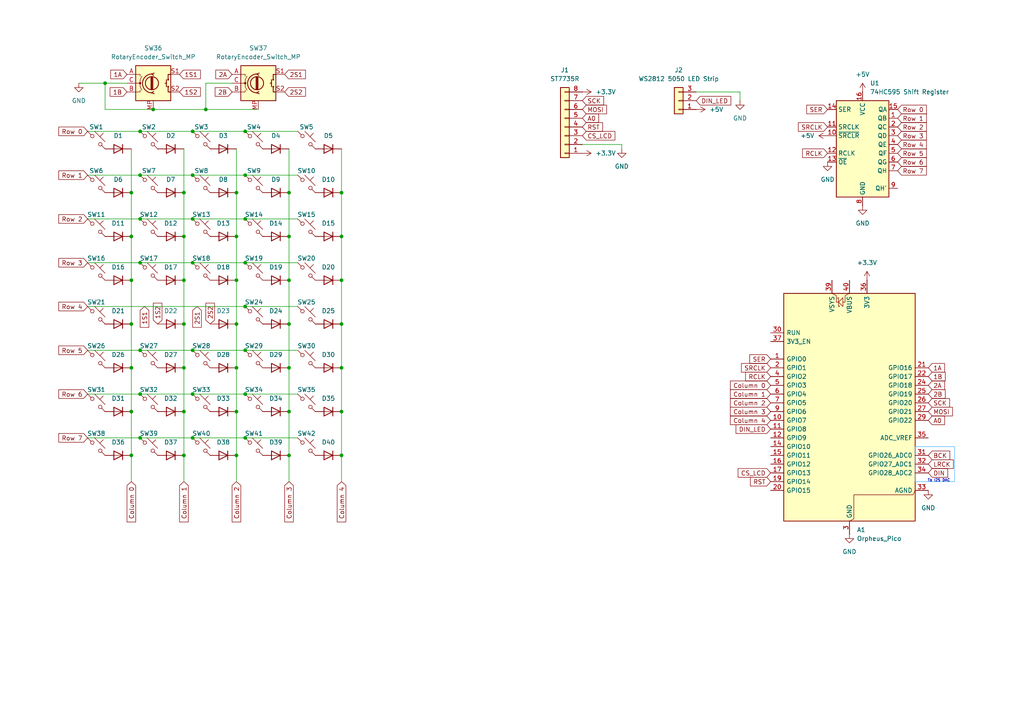
<source format=kicad_sch>
(kicad_sch (version 20250114) (generator "eeschema") (generator_version "9.0")
  (paper "A4")
  (text "To I2S DAC" (at 272.288 139.446 0) (effects (font (size 0.762 0.762))))
  (junction (at 68.58 55.88))
  (junction (at 68.58 68.58))
  (junction (at 71.12 101.6))
  (junction (at 71.12 50.8))
  (junction (at 71.12 88.9))
  (junction (at 83.82 81.28))
  (junction (at 55.88 127))
  (junction (at 55.88 101.6))
  (junction (at 38.1 132.08))
  (junction (at 40.64 76.2))
  (junction (at 40.64 101.6))
  (junction (at 71.12 114.3))
  (junction (at 99.06 93.98))
  (junction (at 38.1 119.38))
  (junction (at 44.45 31.75))
  (junction (at 99.06 68.58))
  (junction (at 40.64 38.1))
  (junction (at 53.34 119.38))
  (junction (at 38.1 81.28))
  (junction (at 55.88 38.1))
  (junction (at 83.82 93.98))
  (junction (at 53.34 132.08))
  (junction (at 55.88 76.2))
  (junction (at 40.64 114.3))
  (junction (at 83.82 106.68))
  (junction (at 83.82 119.38))
  (junction (at 68.58 132.08))
  (junction (at 55.88 50.8))
  (junction (at 53.34 93.98))
  (junction (at 71.12 127))
  (junction (at 68.58 93.98))
  (junction (at 38.1 55.88))
  (junction (at 53.34 55.88))
  (junction (at 99.06 119.38))
  (junction (at 38.1 68.58))
  (junction (at 55.88 114.3))
  (junction (at 55.88 63.5))
  (junction (at 83.82 68.58))
  (junction (at 53.34 81.28))
  (junction (at 68.58 106.68))
  (junction (at 83.82 55.88))
  (junction (at 53.34 68.58))
  (junction (at 71.12 63.5))
  (junction (at 99.06 132.08))
  (junction (at 59.69 31.75))
  (junction (at 71.12 38.1))
  (junction (at 99.06 55.88))
  (junction (at 71.12 76.2))
  (junction (at 99.06 81.28))
  (junction (at 40.64 50.8))
  (junction (at 38.1 93.98))
  (junction (at 40.64 127))
  (junction (at 99.06 106.68))
  (junction (at 40.64 63.5))
  (junction (at 68.58 119.38))
  (junction (at 68.58 81.28))
  (junction (at 30.48 24.13))
  (junction (at 38.1 106.68))
  (junction (at 83.82 132.08))
  (junction (at 53.34 106.68))
  (wire (pts (xy 99.06 43.18) (xy 99.06 55.88)))
  (wire (pts (xy 25.4 127) (xy 40.64 127)))
  (wire (pts (xy 55.88 127) (xy 71.12 127)))
  (wire (pts (xy 25.4 101.6) (xy 40.64 101.6)))
  (wire (pts (xy 53.34 106.68) (xy 53.34 119.38)))
  (wire (pts (xy 40.64 127) (xy 55.88 127)))
  (wire (pts (xy 40.64 101.6) (xy 55.88 101.6)))
  (wire (pts (xy 99.06 68.58) (xy 99.06 81.28)))
  (wire (pts (xy 38.1 132.08) (xy 38.1 139.7)))
  (wire (pts (xy 25.4 76.2) (xy 40.64 76.2)))
  (wire (pts (xy 71.12 114.3) (xy 86.36 114.3)))
  (wire (pts (xy 83.82 68.58) (xy 83.82 81.28)))
  (wire (pts (xy 68.58 132.08) (xy 68.58 139.7)))
  (wire (pts (xy 99.06 55.88) (xy 99.06 68.58)))
  (wire (pts (xy 53.34 132.08) (xy 53.34 139.7)))
  (wire (pts (xy 30.48 24.13) (xy 36.83 24.13)))
  (wire (pts (xy 71.12 50.8) (xy 86.36 50.8)))
  (wire (pts (xy 83.82 106.68) (xy 83.82 119.38)))
  (wire (pts (xy 40.64 114.3) (xy 55.88 114.3)))
  (wire (pts (xy 40.64 63.5) (xy 55.88 63.5)))
  (wire (pts (xy 38.1 119.38) (xy 38.1 132.08)))
  (wire (pts (xy 40.64 50.8) (xy 55.88 50.8)))
  (wire (pts (xy 71.12 38.1) (xy 86.36 38.1)))
  (wire (pts (xy 71.12 101.6) (xy 86.36 101.6)))
  (wire (pts (xy 214.63 26.67) (xy 214.63 29.21)))
  (wire (pts (xy 55.88 50.8) (xy 71.12 50.8)))
  (wire (pts (xy 168.91 41.91) (xy 180.34 41.91)))
  (wire (pts (xy 55.88 101.6) (xy 71.12 101.6)))
  (wire (pts (xy 71.12 127) (xy 86.36 127)))
  (wire (pts (xy 44.45 31.75) (xy 30.48 31.75)))
  (wire (pts (xy 68.58 106.68) (xy 68.58 119.38)))
  (wire (pts (xy 83.82 81.28) (xy 83.82 93.98)))
  (wire (pts (xy 25.4 63.5) (xy 40.64 63.5)))
  (wire (pts (xy 22.86 24.13) (xy 30.48 24.13)))
  (wire (pts (xy 99.06 81.28) (xy 99.06 93.98)))
  (wire (pts (xy 53.34 55.88) (xy 53.34 68.58)))
  (wire (pts (xy 83.82 119.38) (xy 83.82 132.08)))
  (wire (pts (xy 99.06 132.08) (xy 99.06 139.7)))
  (wire (pts (xy 38.1 68.58) (xy 38.1 81.28)))
  (wire (pts (xy 53.34 93.98) (xy 53.34 106.68)))
  (wire (pts (xy 83.82 93.98) (xy 83.82 106.68)))
  (wire (pts (xy 99.06 106.68) (xy 99.06 119.38)))
  (wire (pts (xy 55.88 38.1) (xy 71.12 38.1)))
  (wire (pts (xy 53.34 119.38) (xy 53.34 132.08)))
  (wire (pts (xy 180.34 41.91) (xy 180.34 43.18)))
  (wire (pts (xy 83.82 132.08) (xy 83.82 139.7)))
  (wire (pts (xy 55.88 63.5) (xy 71.12 63.5)))
  (wire (pts (xy 53.34 81.28) (xy 53.34 93.98)))
  (wire (pts (xy 30.48 24.13) (xy 30.48 31.75)))
  (wire (pts (xy 40.64 38.1) (xy 55.88 38.1)))
  (wire (pts (xy 55.88 114.3) (xy 71.12 114.3)))
  (wire (pts (xy 99.06 93.98) (xy 99.06 106.68)))
  (wire (pts (xy 201.93 26.67) (xy 214.63 26.67)))
  (wire (pts (xy 38.1 55.88) (xy 38.1 68.58)))
  (wire (pts (xy 38.1 106.68) (xy 38.1 119.38)))
  (wire (pts (xy 68.58 93.98) (xy 68.58 106.68)))
  (wire (pts (xy 25.4 88.9) (xy 71.12 88.9)))
  (wire (pts (xy 25.4 50.8) (xy 40.64 50.8)))
  (wire (pts (xy 53.34 68.58) (xy 53.34 81.28)))
  (wire (pts (xy 68.58 55.88) (xy 68.58 68.58)))
  (wire (pts (xy 38.1 81.28) (xy 38.1 93.98)))
  (wire (pts (xy 71.12 63.5) (xy 86.36 63.5)))
  (wire (pts (xy 68.58 119.38) (xy 68.58 132.08)))
  (wire (pts (xy 59.69 31.75) (xy 74.93 31.75)))
  (wire (pts (xy 55.88 76.2) (xy 71.12 76.2)))
  (wire (pts (xy 25.4 114.3) (xy 40.64 114.3)))
  (wire (pts (xy 25.4 38.1) (xy 40.64 38.1)))
  (wire (pts (xy 53.34 43.18) (xy 53.34 55.88)))
  (wire (pts (xy 99.06 119.38) (xy 99.06 132.08)))
  (wire (pts (xy 67.31 24.13) (xy 59.69 24.13)))
  (wire (pts (xy 38.1 93.98) (xy 38.1 106.68)))
  (wire (pts (xy 83.82 43.18) (xy 83.82 55.88)))
  (wire (pts (xy 40.64 76.2) (xy 55.88 76.2)))
  (wire (pts (xy 71.12 76.2) (xy 86.36 76.2)))
  (wire (pts (xy 68.58 81.28) (xy 68.58 93.98)))
  (wire (pts (xy 68.58 68.58) (xy 68.58 81.28)))
  (wire (pts (xy 59.69 31.75) (xy 44.45 31.75)))
  (wire (pts (xy 71.12 88.9) (xy 86.36 88.9)))
  (wire (pts (xy 68.58 43.18) (xy 68.58 55.88)))
  (wire (pts (xy 83.82 55.88) (xy 83.82 68.58)))
  (wire (pts (xy 38.1 43.18) (xy 38.1 55.88)))
  (wire (pts (xy 59.69 24.13) (xy 59.69 31.75)))
  (global_label "CS_LCD" (shape input) (at 223.52 137.16 180) (property "Intersheetrefs" "${INTERSHEET_REFS}" (effects (hide yes))))
  (global_label "Row 6" (shape input) (at 25.4 114.3 180) (property "Intersheetrefs" "${INTERSHEET_REFS}" (effects (hide yes))))
  (global_label "SER" (shape input) (at 223.52 104.14 180) (property "Intersheetrefs" "${INTERSHEET_REFS}" (effects (hide yes))))
  (global_label "Row 5" (shape input) (at 25.4 101.6 180) (property "Intersheetrefs" "${INTERSHEET_REFS}" (effects (hide yes))))
  (global_label "Row 7" (shape input) (at 25.4 127 180) (property "Intersheetrefs" "${INTERSHEET_REFS}" (effects (hide yes))))
  (global_label "2S1" (shape input) (at 82.55 21.59 0) (property "Intersheetrefs" "${INTERSHEET_REFS}" (effects (hide yes))))
  (global_label "Row 5" (shape input) (at 260.35 44.45 0) (property "Intersheetrefs" "${INTERSHEET_REFS}" (effects (hide yes))))
  (global_label "DIN_LED" (shape input) (at 223.52 124.46 180) (property "Intersheetrefs" "${INTERSHEET_REFS}" (effects (hide yes))))
  (global_label "Row 1" (shape input) (at 260.35 34.29 0) (property "Intersheetrefs" "${INTERSHEET_REFS}" (effects (hide yes))))
  (global_label "1S2" (shape input) (at 45.72 93.98 90) (property "Intersheetrefs" "${INTERSHEET_REFS}" (effects (hide yes))))
  (global_label "Row 4" (shape input) (at 260.35 41.91 0) (property "Intersheetrefs" "${INTERSHEET_REFS}" (effects (hide yes))))
  (global_label "MOSI" (shape input) (at 168.91 31.75 0) (property "Intersheetrefs" "${INTERSHEET_REFS}" (effects (hide yes))))
  (global_label "Row 0" (shape input) (at 25.4 38.1 180) (property "Intersheetrefs" "${INTERSHEET_REFS}" (effects (hide yes))))
  (global_label "SRCLK" (shape input) (at 240.03 36.83 180) (property "Intersheetrefs" "${INTERSHEET_REFS}" (effects (hide yes))))
  (global_label "Column 2" (shape input) (at 68.58 139.7 270) (property "Intersheetrefs" "${INTERSHEET_REFS}" (effects (hide yes))))
  (global_label "RCLK" (shape input) (at 240.03 44.45 180) (property "Intersheetrefs" "${INTERSHEET_REFS}" (effects (hide yes))))
  (global_label "2B" (shape input) (at 269.24 114.3 0) (property "Intersheetrefs" "${INTERSHEET_REFS}" (effects (hide yes))))
  (global_label "2S2" (shape input) (at 60.96 93.98 90) (property "Intersheetrefs" "${INTERSHEET_REFS}" (effects (hide yes))))
  (global_label "Row 6" (shape input) (at 260.35 46.99 0) (property "Intersheetrefs" "${INTERSHEET_REFS}" (effects (hide yes))))
  (global_label "1S1" (shape input) (at 52.07 21.59 0) (property "Intersheetrefs" "${INTERSHEET_REFS}" (effects (hide yes))))
  (global_label "Row 3" (shape input) (at 25.4 76.2 180) (property "Intersheetrefs" "${INTERSHEET_REFS}" (effects (hide yes))))
  (global_label "Column 2" (shape input) (at 223.52 116.84 180) (property "Intersheetrefs" "${INTERSHEET_REFS}" (effects (hide yes))))
  (global_label "Row 3" (shape input) (at 260.35 39.37 0) (property "Intersheetrefs" "${INTERSHEET_REFS}" (effects (hide yes))))
  (global_label "SCK" (shape input) (at 269.24 116.84 0) (property "Intersheetrefs" "${INTERSHEET_REFS}" (effects (hide yes))))
  (global_label "1A" (shape input) (at 36.83 21.59 180) (property "Intersheetrefs" "${INTERSHEET_REFS}" (effects (hide yes))))
  (global_label "RST" (shape input) (at 168.91 36.83 0) (property "Intersheetrefs" "${INTERSHEET_REFS}" (effects (hide yes))))
  (global_label "SER" (shape input) (at 240.03 31.75 180) (property "Intersheetrefs" "${INTERSHEET_REFS}" (effects (hide yes))))
  (global_label "1S2" (shape input) (at 52.07 26.67 0) (property "Intersheetrefs" "${INTERSHEET_REFS}" (effects (hide yes))))
  (global_label "Column 4" (shape input) (at 223.52 121.92 180) (property "Intersheetrefs" "${INTERSHEET_REFS}" (effects (hide yes))))
  (global_label "SRCLK" (shape input) (at 223.52 106.68 180) (property "Intersheetrefs" "${INTERSHEET_REFS}" (effects (hide yes))))
  (global_label "A0" (shape input) (at 168.91 34.29 0) (property "Intersheetrefs" "${INTERSHEET_REFS}" (effects (hide yes))))
  (global_label "Column 4" (shape input) (at 99.06 139.7 270) (property "Intersheetrefs" "${INTERSHEET_REFS}" (effects (hide yes))))
  (global_label "2A" (shape input) (at 67.31 21.59 180) (property "Intersheetrefs" "${INTERSHEET_REFS}" (effects (hide yes))))
  (global_label "Column 0" (shape input) (at 38.1 139.7 270) (property "Intersheetrefs" "${INTERSHEET_REFS}" (effects (hide yes))))
  (global_label "1S1" (shape input) (at 41.91 88.9 270) (property "Intersheetrefs" "${INTERSHEET_REFS}" (effects (hide yes))))
  (global_label "1A" (shape input) (at 269.24 106.68 0) (property "Intersheetrefs" "${INTERSHEET_REFS}" (effects (hide yes))))
  (global_label "Column 1" (shape input) (at 223.52 114.3 180) (property "Intersheetrefs" "${INTERSHEET_REFS}" (effects (hide yes))))
  (global_label "RCLK" (shape input) (at 223.52 109.22 180) (property "Intersheetrefs" "${INTERSHEET_REFS}" (effects (hide yes))))
  (global_label "Column 1" (shape input) (at 53.34 139.7 270) (property "Intersheetrefs" "${INTERSHEET_REFS}" (effects (hide yes))))
  (global_label "Row 7" (shape input) (at 260.35 49.53 0) (property "Intersheetrefs" "${INTERSHEET_REFS}" (effects (hide yes))))
  (global_label "Column 3" (shape input) (at 83.82 139.7 270) (property "Intersheetrefs" "${INTERSHEET_REFS}" (effects (hide yes))))
  (global_label "A0" (shape input) (at 269.24 121.92 0) (property "Intersheetrefs" "${INTERSHEET_REFS}" (effects (hide yes))))
  (global_label "2A" (shape input) (at 269.24 111.76 0) (property "Intersheetrefs" "${INTERSHEET_REFS}" (effects (hide yes))))
  (global_label "DIN_LED" (shape input) (at 201.93 29.21 0) (property "Intersheetrefs" "${INTERSHEET_REFS}" (effects (hide yes))))
  (global_label "Column 0" (shape input) (at 223.52 111.76 180) (property "Intersheetrefs" "${INTERSHEET_REFS}" (effects (hide yes))))
  (global_label "2B" (shape input) (at 67.31 26.67 180) (property "Intersheetrefs" "${INTERSHEET_REFS}" (effects (hide yes))))
  (global_label "RST" (shape input) (at 223.52 139.7 180) (property "Intersheetrefs" "${INTERSHEET_REFS}" (effects (hide yes))))
  (global_label "Row 0" (shape input) (at 260.35 31.75 0) (property "Intersheetrefs" "${INTERSHEET_REFS}" (effects (hide yes))))
  (global_label "2S2" (shape input) (at 82.55 26.67 0) (property "Intersheetrefs" "${INTERSHEET_REFS}" (effects (hide yes))))
  (global_label "Column 3" (shape input) (at 223.52 119.38 180) (property "Intersheetrefs" "${INTERSHEET_REFS}" (effects (hide yes))))
  (global_label "2S1" (shape input) (at 57.15 88.9 270) (property "Intersheetrefs" "${INTERSHEET_REFS}" (effects (hide yes))))
  (global_label "Row 2" (shape input) (at 25.4 63.5 180) (property "Intersheetrefs" "${INTERSHEET_REFS}" (effects (hide yes))))
  (global_label "MOSI" (shape input) (at 269.24 119.38 0) (property "Intersheetrefs" "${INTERSHEET_REFS}" (effects (hide yes))))
  (global_label "Row 2" (shape input) (at 260.35 36.83 0) (property "Intersheetrefs" "${INTERSHEET_REFS}" (effects (hide yes))))
  (global_label "DIN" (shape input) (at 269.24 137.16 0) (property "Intersheetrefs" "${INTERSHEET_REFS}" (effects (hide yes))))
  (global_label "Row 1" (shape input) (at 25.4 50.8 180) (property "Intersheetrefs" "${INTERSHEET_REFS}" (effects (hide yes))))
  (global_label "BCK" (shape input) (at 269.24 132.08 0) (property "Intersheetrefs" "${INTERSHEET_REFS}" (effects (hide yes))))
  (global_label "1B" (shape input) (at 36.83 26.67 180) (property "Intersheetrefs" "${INTERSHEET_REFS}" (effects (hide yes))))
  (global_label "LRCK" (shape input) (at 269.24 134.62 0) (property "Intersheetrefs" "${INTERSHEET_REFS}" (effects (hide yes))))
  (global_label "Row 4" (shape input) (at 25.4 88.9 180) (property "Intersheetrefs" "${INTERSHEET_REFS}" (effects (hide yes))))
  (global_label "CS_LCD" (shape input) (at 168.91 39.37 0) (property "Intersheetrefs" "${INTERSHEET_REFS}" (effects (hide yes))))
  (global_label "1B" (shape input) (at 269.24 109.22 0) (property "Intersheetrefs" "${INTERSHEET_REFS}" (effects (hide yes))))
  (global_label "SCK" (shape input) (at 168.91 29.21 0) (property "Intersheetrefs" "${INTERSHEET_REFS}" (effects (hide yes))))
  (rule_area (polyline (pts (xy 265.43 129.54) (xy 276.86 129.54) (xy 276.86 139.7) (xy 265.43 139.7)) (stroke (width 0) (color 71 179 255 1))))
  (symbol (lib_id "Diode:1N4148") (at 95.25 119.38 180) (unit 1)
    (property "Reference" "D35" (at 95.25 115.57 0))
    (property "Footprint" "Diode_THT:D_DO-35_SOD27_P7.62mm_Horizontal" (effects (hide yes)))
    (property "Datasheet" "https://assets.nexperia.com/documents/data-sheet/1N4148_1N4448.pdf" (effects (hide yes)))
    (property "Description" "100V 0.15A standard switching diode, DO-35" (effects (hide yes)))
    (property "Sim.Device" "D" (effects (hide yes)))
    (property "Sim.Pins" "1=K 2=A" (effects (hide yes)))
  )
  (symbol (lib_id "Diode:1N4148") (at 49.53 43.18 180) (unit 1)
    (property "Reference" "D2" (at 49.53 39.37 0))
    (property "Footprint" "Diode_THT:D_DO-35_SOD27_P7.62mm_Horizontal" (effects (hide yes)))
    (property "Datasheet" "https://assets.nexperia.com/documents/data-sheet/1N4148_1N4448.pdf" (effects (hide yes)))
    (property "Description" "100V 0.15A standard switching diode, DO-35" (effects (hide yes)))
    (property "Sim.Device" "D" (effects (hide yes)))
    (property "Sim.Pins" "1=K 2=A" (effects (hide yes)))
  )
  (symbol (lib_id "Diode:1N4148") (at 34.29 132.08 180) (unit 1)
    (property "Reference" "D36" (at 34.29 128.27 0))
    (property "Footprint" "Diode_THT:D_DO-35_SOD27_P7.62mm_Horizontal" (effects (hide yes)))
    (property "Datasheet" "https://assets.nexperia.com/documents/data-sheet/1N4148_1N4448.pdf" (effects (hide yes)))
    (property "Description" "100V 0.15A standard switching diode, DO-35" (effects (hide yes)))
    (property "Sim.Device" "D" (effects (hide yes)))
    (property "Sim.Pins" "1=K 2=A" (effects (hide yes)))
  )
  (symbol (lib_id "Switch:SW_Push_45deg") (at 88.9 129.54 0) (unit 1)
    (property "Reference" "SW42" (at 88.9 125.73 0))
    (property "Value" "SW_Push_45deg" (effects (hide yes)))
    (property "Description" "Push button switch, normally open, two pins, 45° tilted" (effects (hide yes)))
  )
  (symbol (lib_id "Diode:1N4148") (at 64.77 43.18 180) (unit 1)
    (property "Reference" "D3" (at 64.77 39.37 0))
    (property "Footprint" "Diode_THT:D_DO-35_SOD27_P7.62mm_Horizontal" (effects (hide yes)))
    (property "Datasheet" "https://assets.nexperia.com/documents/data-sheet/1N4148_1N4448.pdf" (effects (hide yes)))
    (property "Description" "100V 0.15A standard switching diode, DO-35" (effects (hide yes)))
    (property "Sim.Device" "D" (effects (hide yes)))
    (property "Sim.Pins" "1=K 2=A" (effects (hide yes)))
  )
  (symbol (lib_id "Switch:SW_Push_45deg") (at 58.42 104.14 0) (unit 1)
    (property "Reference" "SW28" (at 58.42 100.33 0))
    (property "Value" "SW_Push_45deg" (effects (hide yes)))
    (property "Description" "Push button switch, normally open, two pins, 45° tilted" (effects (hide yes)))
  )
  (symbol (lib_id "Diode:1N4148") (at 49.53 119.38 180) (unit 1)
    (property "Reference" "D32" (at 49.53 115.57 0))
    (property "Footprint" "Diode_THT:D_DO-35_SOD27_P7.62mm_Horizontal" (effects (hide yes)))
    (property "Datasheet" "https://assets.nexperia.com/documents/data-sheet/1N4148_1N4448.pdf" (effects (hide yes)))
    (property "Description" "100V 0.15A standard switching diode, DO-35" (effects (hide yes)))
    (property "Sim.Device" "D" (effects (hide yes)))
    (property "Sim.Pins" "1=K 2=A" (effects (hide yes)))
  )
  (symbol (lib_id "Switch:SW_Push_45deg") (at 58.42 116.84 0) (unit 1)
    (property "Reference" "SW33" (at 58.42 113.03 0))
    (property "Value" "SW_Push_45deg" (effects (hide yes)))
    (property "Description" "Push button switch, normally open, two pins, 45° tilted" (effects (hide yes)))
  )
  (symbol (lib_id "Diode:1N4148") (at 95.25 93.98 180) (unit 1)
    (property "Reference" "D25" (at 95.25 90.17 0))
    (property "Footprint" "Diode_THT:D_DO-35_SOD27_P7.62mm_Horizontal" (effects (hide yes)))
    (property "Datasheet" "https://assets.nexperia.com/documents/data-sheet/1N4148_1N4448.pdf" (effects (hide yes)))
    (property "Description" "100V 0.15A standard switching diode, DO-35" (effects (hide yes)))
    (property "Sim.Device" "D" (effects (hide yes)))
    (property "Sim.Pins" "1=K 2=A" (effects (hide yes)))
  )
  (symbol (lib_id "power:GND") (at 269.24 142.24 0) (unit 1)
    (property "Reference" "#PWR07" (effects (hide yes)))
    (property "Value" "GND" (at 269.24 147.32 0))
    (property "Description" "Power symbol creates a global label with name \"GND\" , ground" (effects (hide yes)))
  )
  (symbol (lib_id "Diode:1N4148") (at 80.01 93.98 180) (unit 1)
    (property "Reference" "D24" (at 80.01 90.17 0))
    (property "Footprint" "Diode_THT:D_DO-35_SOD27_P7.62mm_Horizontal" (effects (hide yes)))
    (property "Datasheet" "https://assets.nexperia.com/documents/data-sheet/1N4148_1N4448.pdf" (effects (hide yes)))
    (property "Description" "100V 0.15A standard switching diode, DO-35" (effects (hide yes)))
    (property "Sim.Device" "D" (effects (hide yes)))
    (property "Sim.Pins" "1=K 2=A" (effects (hide yes)))
  )
  (symbol (lib_id "Switch:SW_Push_45deg") (at 73.66 78.74 0) (unit 1)
    (property "Reference" "SW19" (at 73.66 74.93 0))
    (property "Value" "SW_Push_45deg" (effects (hide yes)))
    (property "Description" "Push button switch, normally open, two pins, 45° tilted" (effects (hide yes)))
  )
  (symbol (lib_id "Diode:1N4148") (at 80.01 43.18 180) (unit 1)
    (property "Reference" "D4" (at 80.01 39.37 0))
    (property "Footprint" "Diode_THT:D_DO-35_SOD27_P7.62mm_Horizontal" (effects (hide yes)))
    (property "Datasheet" "https://assets.nexperia.com/documents/data-sheet/1N4148_1N4448.pdf" (effects (hide yes)))
    (property "Description" "100V 0.15A standard switching diode, DO-35" (effects (hide yes)))
    (property "Sim.Device" "D" (effects (hide yes)))
    (property "Sim.Pins" "1=K 2=A" (effects (hide yes)))
  )
  (symbol (lib_id "Switch:SW_Push_45deg") (at 88.9 40.64 0) (unit 1)
    (property "Reference" "SW5" (at 88.9 36.83 0))
    (property "Value" "SW_Push_45deg" (effects (hide yes)))
    (property "Description" "Push button switch, normally open, two pins, 45° tilted" (effects (hide yes)))
  )
  (symbol (lib_id "Switch:SW_Push_45deg") (at 27.94 78.74 0) (unit 1)
    (property "Reference" "SW16" (at 27.94 74.93 0))
    (property "Value" "SW_Push_45deg" (effects (hide yes)))
    (property "Description" "Push button switch, normally open, two pins, 45° tilted" (effects (hide yes)))
  )
  (symbol (lib_id "power:GND") (at 246.38 154.94 0) (unit 1)
    (property "Reference" "#PWR06" (effects (hide yes)))
    (property "Value" "GND" (at 246.38 160.02 0))
    (property "Description" "Power symbol creates a global label with name \"GND\" , ground" (effects (hide yes)))
  )
  (symbol (lib_id "Diode:1N4148") (at 80.01 106.68 180) (unit 1)
    (property "Reference" "D29" (at 80.01 102.87 0))
    (property "Footprint" "Diode_THT:D_DO-35_SOD27_P7.62mm_Horizontal" (effects (hide yes)))
    (property "Datasheet" "https://assets.nexperia.com/documents/data-sheet/1N4148_1N4448.pdf" (effects (hide yes)))
    (property "Description" "100V 0.15A standard switching diode, DO-35" (effects (hide yes)))
    (property "Sim.Device" "D" (effects (hide yes)))
    (property "Sim.Pins" "1=K 2=A" (effects (hide yes)))
  )
  (symbol (lib_id "power:+5V") (at 240.03 39.37 90) (unit 1)
    (property "Reference" "#PWR012" (effects (hide yes)))
    (property "Value" "+5V" (at 236.22 39.3699 90) (effects (justify left)))
    (property "Description" "Power symbol creates a global label with name \"+5V\"" (effects (hide yes)))
  )
  (symbol (lib_id "Diode:1N4148") (at 80.01 132.08 180) (unit 1)
    (property "Reference" "D39" (at 80.01 128.27 0))
    (property "Footprint" "Diode_THT:D_DO-35_SOD27_P7.62mm_Horizontal" (effects (hide yes)))
    (property "Datasheet" "https://assets.nexperia.com/documents/data-sheet/1N4148_1N4448.pdf" (effects (hide yes)))
    (property "Description" "100V 0.15A standard switching diode, DO-35" (effects (hide yes)))
    (property "Sim.Device" "D" (effects (hide yes)))
    (property "Sim.Pins" "1=K 2=A" (effects (hide yes)))
  )
  (symbol (lib_id "power:+5V") (at 250.19 26.67 0) (unit 1)
    (property "Reference" "#PWR011" (effects (hide yes)))
    (property "Value" "+5V" (at 250.19 21.59 0))
    (property "Description" "Power symbol creates a global label with name \"+5V\"" (effects (hide yes)))
  )
  (symbol (lib_name "SW_Push_45deg_1") (lib_id "Switch:SW_Push_45deg") (at 43.18 53.34 0) (unit 1)
    (property "Reference" "SW7" (at 43.18 49.53 0))
    (property "Value" "SW_Push_45deg" (effects (hide yes)))
    (property "Description" "Push button switch, normally open, two pins, 45° tilted" (effects (hide yes)))
  )
  (symbol (lib_id "Switch:SW_Push_45deg") (at 27.94 116.84 0) (unit 1)
    (property "Reference" "SW31" (at 27.94 113.03 0))
    (property "Value" "SW_Push_45deg" (effects (hide yes)))
    (property "Description" "Push button switch, normally open, two pins, 45° tilted" (effects (hide yes)))
  )
  (symbol (lib_id "Switch:SW_Push_45deg") (at 73.66 91.44 0) (unit 1)
    (property "Reference" "SW24" (at 73.66 87.63 0))
    (property "Value" "SW_Push_45deg" (effects (hide yes)))
    (property "Description" "Push button switch, normally open, two pins, 45° tilted" (effects (hide yes)))
  )
  (symbol (lib_name "SW_Push_45deg_1") (lib_id "Switch:SW_Push_45deg") (at 43.18 66.04 0) (unit 1)
    (property "Reference" "SW12" (at 43.18 62.23 0))
    (property "Value" "SW_Push_45deg" (effects (hide yes)))
    (property "Description" "Push button switch, normally open, two pins, 45° tilted" (effects (hide yes)))
  )
  (symbol (lib_id "Diode:1N4148") (at 34.29 81.28 180) (unit 1)
    (property "Reference" "D16" (at 34.29 77.47 0))
    (property "Footprint" "Diode_THT:D_DO-35_SOD27_P7.62mm_Horizontal" (effects (hide yes)))
    (property "Datasheet" "https://assets.nexperia.com/documents/data-sheet/1N4148_1N4448.pdf" (effects (hide yes)))
    (property "Description" "100V 0.15A standard switching diode, DO-35" (effects (hide yes)))
    (property "Sim.Device" "D" (effects (hide yes)))
    (property "Sim.Pins" "1=K 2=A" (effects (hide yes)))
  )
  (symbol (lib_id "Diode:1N4148") (at 80.01 55.88 180) (unit 1)
    (property "Reference" "D9" (at 80.01 52.07 0))
    (property "Footprint" "Diode_THT:D_DO-35_SOD27_P7.62mm_Horizontal" (effects (hide yes)))
    (property "Datasheet" "https://assets.nexperia.com/documents/data-sheet/1N4148_1N4448.pdf" (effects (hide yes)))
    (property "Description" "100V 0.15A standard switching diode, DO-35" (effects (hide yes)))
    (property "Sim.Device" "D" (effects (hide yes)))
    (property "Sim.Pins" "1=K 2=A" (effects (hide yes)))
  )
  (symbol (lib_id "Diode:1N4148") (at 34.29 68.58 180) (unit 1)
    (property "Reference" "D11" (at 34.29 64.77 0))
    (property "Footprint" "Diode_THT:D_DO-35_SOD27_P7.62mm_Horizontal" (effects (hide yes)))
    (property "Datasheet" "https://assets.nexperia.com/documents/data-sheet/1N4148_1N4448.pdf" (effects (hide yes)))
    (property "Description" "100V 0.15A standard switching diode, DO-35" (effects (hide yes)))
    (property "Sim.Device" "D" (effects (hide yes)))
    (property "Sim.Pins" "1=K 2=A" (effects (hide yes)))
  )
  (symbol (lib_id "power:GND") (at 180.34 43.18 0) (unit 1)
    (property "Reference" "#PWR02" (effects (hide yes)))
    (property "Value" "GND" (at 180.34 48.26 0))
    (property "Description" "Power symbol creates a global label with name \"GND\" , ground" (effects (hide yes)))
  )
  (symbol (lib_id "Diode:1N4148") (at 95.25 81.28 180) (unit 1)
    (property "Reference" "D20" (at 95.25 77.47 0))
    (property "Footprint" "Diode_THT:D_DO-35_SOD27_P7.62mm_Horizontal" (effects (hide yes)))
    (property "Datasheet" "https://assets.nexperia.com/documents/data-sheet/1N4148_1N4448.pdf" (effects (hide yes)))
    (property "Description" "100V 0.15A standard switching diode, DO-35" (effects (hide yes)))
    (property "Sim.Device" "D" (effects (hide yes)))
    (property "Sim.Pins" "1=K 2=A" (effects (hide yes)))
  )
  (symbol (lib_id "Diode:1N4148") (at 64.77 132.08 180) (unit 1)
    (property "Reference" "D38" (at 64.77 128.27 0))
    (property "Footprint" "Diode_THT:D_DO-35_SOD27_P7.62mm_Horizontal" (effects (hide yes)))
    (property "Datasheet" "https://assets.nexperia.com/documents/data-sheet/1N4148_1N4448.pdf" (effects (hide yes)))
    (property "Description" "100V 0.15A standard switching diode, DO-35" (effects (hide yes)))
    (property "Sim.Device" "D" (effects (hide yes)))
    (property "Sim.Pins" "1=K 2=A" (effects (hide yes)))
  )
  (symbol (lib_id "Diode:1N4148") (at 64.77 55.88 180) (unit 1)
    (property "Reference" "D8" (at 64.77 52.07 0))
    (property "Footprint" "Diode_THT:D_DO-35_SOD27_P7.62mm_Horizontal" (effects (hide yes)))
    (property "Datasheet" "https://assets.nexperia.com/documents/data-sheet/1N4148_1N4448.pdf" (effects (hide yes)))
    (property "Description" "100V 0.15A standard switching diode, DO-35" (effects (hide yes)))
    (property "Sim.Device" "D" (effects (hide yes)))
    (property "Sim.Pins" "1=K 2=A" (effects (hide yes)))
  )
  (symbol (lib_id "Switch:SW_Push_45deg") (at 27.94 40.64 0) (unit 1)
    (property "Reference" "SW1" (at 27.94 36.83 0))
    (property "Value" "SW_Push_45deg" (effects (hide yes)))
    (property "Description" "Push button switch, normally open, two pins, 45° tilted" (effects (hide yes)))
  )
  (symbol (lib_id "Switch:SW_Push_45deg") (at 73.66 53.34 0) (unit 1)
    (property "Reference" "SW9" (at 73.66 49.53 0))
    (property "Value" "SW_Push_45deg" (effects (hide yes)))
    (property "Description" "Push button switch, normally open, two pins, 45° tilted" (effects (hide yes)))
  )
  (symbol (lib_id "Switch:SW_Push_45deg") (at 88.9 78.74 0) (unit 1)
    (property "Reference" "SW20" (at 88.9 74.93 0))
    (property "Value" "SW_Push_45deg" (effects (hide yes)))
    (property "Description" "Push button switch, normally open, two pins, 45° tilted" (effects (hide yes)))
  )
  (symbol (lib_id "Device:RotaryEncoder_Switch_MP") (at 44.45 24.13 0) (unit 1)
    (property "Reference" "SW36" (at 44.45 13.97 0))
    (property "Value" "RotaryEncoder_Switch_MP" (at 44.45 16.51 0))
    (property "Description" "Rotary encoder, dual channel, incremental quadrate outputs, with switch and MP Pin" (effects (hide yes)))
  )
  (symbol (lib_id "Diode:1N4148") (at 34.29 106.68 180) (unit 1)
    (property "Reference" "D26" (at 34.29 102.87 0))
    (property "Footprint" "Diode_THT:D_DO-35_SOD27_P7.62mm_Horizontal" (effects (hide yes)))
    (property "Datasheet" "https://assets.nexperia.com/documents/data-sheet/1N4148_1N4448.pdf" (effects (hide yes)))
    (property "Description" "100V 0.15A standard switching diode, DO-35" (effects (hide yes)))
    (property "Sim.Device" "D" (effects (hide yes)))
    (property "Sim.Pins" "1=K 2=A" (effects (hide yes)))
  )
  (symbol (lib_id "power:+3.3V") (at 251.46 81.28 0) (unit 1)
    (property "Reference" "#PWR05" (effects (hide yes)))
    (property "Value" "+3.3V" (at 251.46 76.2 0))
    (property "Description" "Power symbol creates a global label with name \"+3.3V\"" (effects (hide yes)))
  )
  (symbol (lib_id "Diode:1N4148") (at 64.77 68.58 180) (unit 1)
    (property "Reference" "D13" (at 64.77 64.77 0))
    (property "Footprint" "Diode_THT:D_DO-35_SOD27_P7.62mm_Horizontal" (effects (hide yes)))
    (property "Datasheet" "https://assets.nexperia.com/documents/data-sheet/1N4148_1N4448.pdf" (effects (hide yes)))
    (property "Description" "100V 0.15A standard switching diode, DO-35" (effects (hide yes)))
    (property "Sim.Device" "D" (effects (hide yes)))
    (property "Sim.Pins" "1=K 2=A" (effects (hide yes)))
  )
  (symbol (lib_id "Diode:1N4148") (at 49.53 132.08 180) (unit 1)
    (property "Reference" "D37" (at 49.53 128.27 0))
    (property "Footprint" "Diode_THT:D_DO-35_SOD27_P7.62mm_Horizontal" (effects (hide yes)))
    (property "Datasheet" "https://assets.nexperia.com/documents/data-sheet/1N4148_1N4448.pdf" (effects (hide yes)))
    (property "Description" "100V 0.15A standard switching diode, DO-35" (effects (hide yes)))
    (property "Sim.Device" "D" (effects (hide yes)))
    (property "Sim.Pins" "1=K 2=A" (effects (hide yes)))
  )
  (symbol (lib_id "Switch:SW_Push_45deg") (at 58.42 40.64 0) (unit 1)
    (property "Reference" "SW3" (at 58.42 36.83 0))
    (property "Value" "SW_Push_45deg" (effects (hide yes)))
    (property "Description" "Push button switch, normally open, two pins, 45° tilted" (effects (hide yes)))
  )
  (symbol (lib_name "SW_Push_45deg_1") (lib_id "Switch:SW_Push_45deg") (at 43.18 116.84 0) (unit 1)
    (property "Reference" "SW32" (at 43.18 113.03 0))
    (property "Value" "SW_Push_45deg" (effects (hide yes)))
    (property "Description" "Push button switch, normally open, two pins, 45° tilted" (effects (hide yes)))
  )
  (symbol (lib_id "Switch:SW_Push_45deg") (at 73.66 66.04 0) (unit 1)
    (property "Reference" "SW14" (at 73.66 62.23 0))
    (property "Value" "SW_Push_45deg" (effects (hide yes)))
    (property "Description" "Push button switch, normally open, two pins, 45° tilted" (effects (hide yes)))
  )
  (symbol (lib_id "Switch:SW_Push_45deg") (at 58.42 53.34 0) (unit 1)
    (property "Reference" "SW8" (at 58.42 49.53 0))
    (property "Value" "SW_Push_45deg" (effects (hide yes)))
    (property "Description" "Push button switch, normally open, two pins, 45° tilted" (effects (hide yes)))
  )
  (symbol (lib_id "Diode:1N4148") (at 95.25 43.18 180) (unit 1)
    (property "Reference" "D5" (at 95.25 39.37 0))
    (property "Footprint" "Diode_THT:D_DO-35_SOD27_P7.62mm_Horizontal" (effects (hide yes)))
    (property "Datasheet" "https://assets.nexperia.com/documents/data-sheet/1N4148_1N4448.pdf" (effects (hide yes)))
    (property "Description" "100V 0.15A standard switching diode, DO-35" (effects (hide yes)))
    (property "Sim.Device" "D" (effects (hide yes)))
    (property "Sim.Pins" "1=K 2=A" (effects (hide yes)))
  )
  (symbol (lib_id "Connector_Generic:Conn_01x03") (at 196.85 29.21 180) (unit 1)
    (property "Reference" "J2" (at 196.85 20.32 0))
    (property "Value" "WS2812 5050 LED Strip" (at 196.85 22.86 0))
    (property "Description" "Generic connector, single row, 01x03, script generated (kicad-library-utils/schlib/autogen/connector/)" (effects (hide yes)))
  )
  (symbol (lib_name "SW_Push_45deg_1") (lib_id "Switch:SW_Push_45deg") (at 43.18 104.14 0) (unit 1)
    (property "Reference" "SW27" (at 43.18 100.33 0))
    (property "Value" "SW_Push_45deg" (effects (hide yes)))
    (property "Description" "Push button switch, normally open, two pins, 45° tilted" (effects (hide yes)))
  )
  (symbol (lib_name "SW_Push_45deg_1") (lib_id "Switch:SW_Push_45deg") (at 43.18 40.64 0) (unit 1)
    (property "Reference" "SW2" (at 43.18 36.83 0))
    (property "Value" "SW_Push_45deg" (effects (hide yes)))
    (property "Description" "Push button switch, normally open, two pins, 45° tilted" (effects (hide yes)))
  )
  (symbol (lib_id "Diode:1N4148") (at 34.29 93.98 180) (unit 1)
    (property "Reference" "D21" (at 34.29 90.17 0))
    (property "Footprint" "Diode_THT:D_DO-35_SOD27_P7.62mm_Horizontal" (effects (hide yes)))
    (property "Datasheet" "https://assets.nexperia.com/documents/data-sheet/1N4148_1N4448.pdf" (effects (hide yes)))
    (property "Description" "100V 0.15A standard switching diode, DO-35" (effects (hide yes)))
    (property "Sim.Device" "D" (effects (hide yes)))
    (property "Sim.Pins" "1=K 2=A" (effects (hide yes)))
  )
  (symbol (lib_id "Diode:1N4148") (at 64.77 93.98 180) (unit 1)
    (property "Reference" "D23" (at 64.77 90.17 0))
    (property "Footprint" "Diode_THT:D_DO-35_SOD27_P7.62mm_Horizontal" (effects (hide yes)))
    (property "Datasheet" "https://assets.nexperia.com/documents/data-sheet/1N4148_1N4448.pdf" (effects (hide yes)))
    (property "Description" "100V 0.15A standard switching diode, DO-35" (effects (hide yes)))
    (property "Sim.Device" "D" (effects (hide yes)))
    (property "Sim.Pins" "1=K 2=A" (effects (hide yes)))
  )
  (symbol (lib_id "power:GND") (at 22.86 24.13 0) (unit 1)
    (property "Reference" "#PWR01" (effects (hide yes)))
    (property "Value" "GND" (at 22.86 29.21 0))
    (property "Description" "Power symbol creates a global label with name \"GND\" , ground" (effects (hide yes)))
  )
  (symbol (lib_id "Diode:1N4148") (at 49.53 55.88 180) (unit 1)
    (property "Reference" "D7" (at 49.53 52.07 0))
    (property "Footprint" "Diode_THT:D_DO-35_SOD27_P7.62mm_Horizontal" (effects (hide yes)))
    (property "Datasheet" "https://assets.nexperia.com/documents/data-sheet/1N4148_1N4448.pdf" (effects (hide yes)))
    (property "Description" "100V 0.15A standard switching diode, DO-35" (effects (hide yes)))
    (property "Sim.Device" "D" (effects (hide yes)))
    (property "Sim.Pins" "1=K 2=A" (effects (hide yes)))
  )
  (symbol (lib_id "Connector_Generic:Conn_01x08") (at 163.83 36.83 180) (unit 1)
    (property "Reference" "J1" (at 163.83 20.32 0))
    (property "Value" "ST7735R" (at 163.83 22.86 0))
    (property "Description" "Generic connector, single row, 01x08, script generated (kicad-library-utils/schlib/autogen/connector/)" (effects (hide yes)))
  )
  (symbol (lib_id "Switch:SW_Push_45deg") (at 27.94 66.04 0) (unit 1)
    (property "Reference" "SW11" (at 27.94 62.23 0))
    (property "Value" "SW_Push_45deg" (effects (hide yes)))
    (property "Description" "Push button switch, normally open, two pins, 45° tilted" (effects (hide yes)))
  )
  (symbol (lib_id "Diode:1N4148") (at 80.01 81.28 180) (unit 1)
    (property "Reference" "D19" (at 80.01 77.47 0))
    (property "Footprint" "Diode_THT:D_DO-35_SOD27_P7.62mm_Horizontal" (effects (hide yes)))
    (property "Datasheet" "https://assets.nexperia.com/documents/data-sheet/1N4148_1N4448.pdf" (effects (hide yes)))
    (property "Description" "100V 0.15A standard switching diode, DO-35" (effects (hide yes)))
    (property "Sim.Device" "D" (effects (hide yes)))
    (property "Sim.Pins" "1=K 2=A" (effects (hide yes)))
  )
  (symbol (lib_id "Switch:SW_Push_45deg") (at 27.94 91.44 0) (unit 1)
    (property "Reference" "SW21" (at 27.94 87.63 0))
    (property "Value" "SW_Push_45deg" (effects (hide yes)))
    (property "Description" "Push button switch, normally open, two pins, 45° tilted" (effects (hide yes)))
  )
  (symbol (lib_id "power:GND") (at 214.63 29.21 0) (unit 1)
    (property "Reference" "#PWR08" (effects (hide yes)))
    (property "Value" "GND" (at 214.63 34.29 0))
    (property "Description" "Power symbol creates a global label with name \"GND\" , ground" (effects (hide yes)))
  )
  (symbol (lib_name "SW_Push_45deg_1") (lib_id "Switch:SW_Push_45deg") (at 43.18 78.74 0) (unit 1)
    (property "Reference" "SW17" (at 43.18 74.93 0))
    (property "Value" "SW_Push_45deg" (effects (hide yes)))
    (property "Description" "Push button switch, normally open, two pins, 45° tilted" (effects (hide yes)))
  )
  (symbol (lib_id "Switch:SW_Push_45deg") (at 27.94 129.54 0) (unit 1)
    (property "Reference" "SW38" (at 27.94 125.73 0))
    (property "Value" "SW_Push_45deg" (effects (hide yes)))
    (property "Description" "Push button switch, normally open, two pins, 45° tilted" (effects (hide yes)))
  )
  (symbol (lib_name "SW_Push_45deg_1") (lib_id "Switch:SW_Push_45deg") (at 43.18 129.54 0) (unit 1)
    (property "Reference" "SW39" (at 43.18 125.73 0))
    (property "Value" "SW_Push_45deg" (effects (hide yes)))
    (property "Description" "Push button switch, normally open, two pins, 45° tilted" (effects (hide yes)))
  )
  (symbol (lib_id "Diode:1N4148") (at 80.01 68.58 180) (unit 1)
    (property "Reference" "D14" (at 80.01 64.77 0))
    (property "Footprint" "Diode_THT:D_DO-35_SOD27_P7.62mm_Horizontal" (effects (hide yes)))
    (property "Datasheet" "https://assets.nexperia.com/documents/data-sheet/1N4148_1N4448.pdf" (effects (hide yes)))
    (property "Description" "100V 0.15A standard switching diode, DO-35" (effects (hide yes)))
    (property "Sim.Device" "D" (effects (hide yes)))
    (property "Sim.Pins" "1=K 2=A" (effects (hide yes)))
  )
  (symbol (lib_id "power:+3.3V") (at 168.91 26.67 270) (unit 1)
    (property "Reference" "#PWR04" (effects (hide yes)))
    (property "Value" "+3.3V" (at 172.72 26.6699 90) (effects (justify left)))
    (property "Description" "Power symbol creates a global label with name \"+3.3V\"" (effects (hide yes)))
  )
  (symbol (lib_id "Switch:SW_Push_45deg") (at 88.9 53.34 0) (unit 1)
    (property "Reference" "SW10" (at 88.9 49.53 0))
    (property "Value" "SW_Push_45deg" (effects (hide yes)))
    (property "Description" "Push button switch, normally open, two pins, 45° tilted" (effects (hide yes)))
  )
  (symbol (lib_id "Diode:1N4148") (at 49.53 93.98 180) (unit 1)
    (property "Reference" "D22" (at 49.53 90.17 0))
    (property "Footprint" "Diode_THT:D_DO-35_SOD27_P7.62mm_Horizontal" (effects (hide yes)))
    (property "Datasheet" "https://assets.nexperia.com/documents/data-sheet/1N4148_1N4448.pdf" (effects (hide yes)))
    (property "Description" "100V 0.15A standard switching diode, DO-35" (effects (hide yes)))
    (property "Sim.Device" "D" (effects (hide yes)))
    (property "Sim.Pins" "1=K 2=A" (effects (hide yes)))
  )
  (symbol (lib_id "Diode:1N4148") (at 49.53 68.58 180) (unit 1)
    (property "Reference" "D12" (at 49.53 64.77 0))
    (property "Footprint" "Diode_THT:D_DO-35_SOD27_P7.62mm_Horizontal" (effects (hide yes)))
    (property "Datasheet" "https://assets.nexperia.com/documents/data-sheet/1N4148_1N4448.pdf" (effects (hide yes)))
    (property "Description" "100V 0.15A standard switching diode, DO-35" (effects (hide yes)))
    (property "Sim.Device" "D" (effects (hide yes)))
    (property "Sim.Pins" "1=K 2=A" (effects (hide yes)))
  )
  (symbol (lib_id "Diode:1N4148") (at 49.53 106.68 180) (unit 1)
    (property "Reference" "D27" (at 49.53 102.87 0))
    (property "Footprint" "Diode_THT:D_DO-35_SOD27_P7.62mm_Horizontal" (effects (hide yes)))
    (property "Datasheet" "https://assets.nexperia.com/documents/data-sheet/1N4148_1N4448.pdf" (effects (hide yes)))
    (property "Description" "100V 0.15A standard switching diode, DO-35" (effects (hide yes)))
    (property "Sim.Device" "D" (effects (hide yes)))
    (property "Sim.Pins" "1=K 2=A" (effects (hide yes)))
  )
  (symbol (lib_id "Diode:1N4148") (at 80.01 119.38 180) (unit 1)
    (property "Reference" "D34" (at 80.01 115.57 0))
    (property "Footprint" "Diode_THT:D_DO-35_SOD27_P7.62mm_Horizontal" (effects (hide yes)))
    (property "Datasheet" "https://assets.nexperia.com/documents/data-sheet/1N4148_1N4448.pdf" (effects (hide yes)))
    (property "Description" "100V 0.15A standard switching diode, DO-35" (effects (hide yes)))
    (property "Sim.Device" "D" (effects (hide yes)))
    (property "Sim.Pins" "1=K 2=A" (effects (hide yes)))
  )
  (symbol (lib_id "Switch:SW_Push_45deg") (at 73.66 104.14 0) (unit 1)
    (property "Reference" "SW29" (at 73.66 100.33 0))
    (property "Value" "SW_Push_45deg" (effects (hide yes)))
    (property "Description" "Push button switch, normally open, two pins, 45° tilted" (effects (hide yes)))
  )
  (symbol (lib_id "Diode:1N4148") (at 95.25 106.68 180) (unit 1)
    (property "Reference" "D30" (at 95.25 102.87 0))
    (property "Footprint" "Diode_THT:D_DO-35_SOD27_P7.62mm_Horizontal" (effects (hide yes)))
    (property "Datasheet" "https://assets.nexperia.com/documents/data-sheet/1N4148_1N4448.pdf" (effects (hide yes)))
    (property "Description" "100V 0.15A standard switching diode, DO-35" (effects (hide yes)))
    (property "Sim.Device" "D" (effects (hide yes)))
    (property "Sim.Pins" "1=K 2=A" (effects (hide yes)))
  )
  (symbol (lib_id "Diode:1N4148") (at 64.77 81.28 180) (unit 1)
    (property "Reference" "D18" (at 64.77 77.47 0))
    (property "Footprint" "Diode_THT:D_DO-35_SOD27_P7.62mm_Horizontal" (effects (hide yes)))
    (property "Datasheet" "https://assets.nexperia.com/documents/data-sheet/1N4148_1N4448.pdf" (effects (hide yes)))
    (property "Description" "100V 0.15A standard switching diode, DO-35" (effects (hide yes)))
    (property "Sim.Device" "D" (effects (hide yes)))
    (property "Sim.Pins" "1=K 2=A" (effects (hide yes)))
  )
  (symbol (lib_id "MCU_Module:RaspberryPi_Pico") (at 246.38 119.38 0) (unit 1)
    (property "Reference" "A1" (at 248.5233 153.67 0) (effects (justify left)))
    (property "Value" "Orpheus_Pico" (at 248.5233 156.21 0) (effects (justify left)))
    (property "Footprint" "Module:RaspberryPi_Pico_Common_Unspecified" (effects (hide yes)))
    (property "Datasheet" "https://datasheets.raspberrypi.com/pico/pico-datasheet.pdf" (effects (hide yes)))
    (property "Description" "Versatile and inexpensive microcontroller module powered by RP2040 dual-core Arm Cortex-M0+ processor up to 133 MHz, 264kB SRAM, 2MB QSPI flash; also supports Raspberry Pi Pico 2" (effects (hide yes)))
  )
  (symbol (lib_id "power:+3.3V") (at 168.91 44.45 270) (unit 1)
    (property "Reference" "#PWR03" (effects (hide yes)))
    (property "Value" "+3.3V" (at 172.72 44.4499 90) (effects (justify left)))
    (property "Description" "Power symbol creates a global label with name \"+3.3V\"" (effects (hide yes)))
  )
  (symbol (lib_id "Switch:SW_Push_45deg") (at 58.42 129.54 0) (unit 1)
    (property "Reference" "SW40" (at 58.42 125.73 0))
    (property "Value" "SW_Push_45deg" (effects (hide yes)))
    (property "Description" "Push button switch, normally open, two pins, 45° tilted" (effects (hide yes)))
  )
  (symbol (lib_id "Device:RotaryEncoder_Switch_MP") (at 74.93 24.13 0) (unit 1)
    (property "Reference" "SW37" (at 74.93 13.97 0))
    (property "Value" "RotaryEncoder_Switch_MP" (at 74.93 16.51 0))
    (property "Description" "Rotary encoder, dual channel, incremental quadrate outputs, with switch and MP Pin" (effects (hide yes)))
  )
  (symbol (lib_id "Switch:SW_Push_45deg") (at 88.9 116.84 0) (unit 1)
    (property "Reference" "SW35" (at 88.9 113.03 0))
    (property "Value" "SW_Push_45deg" (effects (hide yes)))
    (property "Description" "Push button switch, normally open, two pins, 45° tilted" (effects (hide yes)))
  )
  (symbol (lib_id "Diode:1N4148") (at 95.25 68.58 180) (unit 1)
    (property "Reference" "D15" (at 95.25 64.77 0))
    (property "Footprint" "Diode_THT:D_DO-35_SOD27_P7.62mm_Horizontal" (effects (hide yes)))
    (property "Datasheet" "https://assets.nexperia.com/documents/data-sheet/1N4148_1N4448.pdf" (effects (hide yes)))
    (property "Description" "100V 0.15A standard switching diode, DO-35" (effects (hide yes)))
    (property "Sim.Device" "D" (effects (hide yes)))
    (property "Sim.Pins" "1=K 2=A" (effects (hide yes)))
  )
  (symbol (lib_id "Switch:SW_Push_45deg") (at 73.66 129.54 0) (unit 1)
    (property "Reference" "SW41" (at 73.66 125.73 0))
    (property "Value" "SW_Push_45deg" (effects (hide yes)))
    (property "Description" "Push button switch, normally open, two pins, 45° tilted" (effects (hide yes)))
  )
  (symbol (lib_id "Switch:SW_Push_45deg") (at 73.66 116.84 0) (unit 1)
    (property "Reference" "SW34" (at 73.66 113.03 0))
    (property "Value" "SW_Push_45deg" (effects (hide yes)))
    (property "Description" "Push button switch, normally open, two pins, 45° tilted" (effects (hide yes)))
  )
  (symbol (lib_id "Diode:1N4148") (at 95.25 55.88 180) (unit 1)
    (property "Reference" "D10" (at 95.25 52.07 0))
    (property "Footprint" "Diode_THT:D_DO-35_SOD27_P7.62mm_Horizontal" (effects (hide yes)))
    (property "Datasheet" "https://assets.nexperia.com/documents/data-sheet/1N4148_1N4448.pdf" (effects (hide yes)))
    (property "Description" "100V 0.15A standard switching diode, DO-35" (effects (hide yes)))
    (property "Sim.Device" "D" (effects (hide yes)))
    (property "Sim.Pins" "1=K 2=A" (effects (hide yes)))
  )
  (symbol (lib_id "Diode:1N4148") (at 95.25 132.08 180) (unit 1)
    (property "Reference" "D40" (at 95.25 128.27 0))
    (property "Footprint" "Diode_THT:D_DO-35_SOD27_P7.62mm_Horizontal" (effects (hide yes)))
    (property "Datasheet" "https://assets.nexperia.com/documents/data-sheet/1N4148_1N4448.pdf" (effects (hide yes)))
    (property "Description" "100V 0.15A standard switching diode, DO-35" (effects (hide yes)))
    (property "Sim.Device" "D" (effects (hide yes)))
    (property "Sim.Pins" "1=K 2=A" (effects (hide yes)))
  )
  (symbol (lib_id "Switch:SW_Push_45deg") (at 73.66 40.64 0) (unit 1)
    (property "Reference" "SW4" (at 73.66 36.83 0))
    (property "Value" "SW_Push_45deg" (effects (hide yes)))
    (property "Description" "Push button switch, normally open, two pins, 45° tilted" (effects (hide yes)))
  )
  (symbol (lib_id "Diode:1N4148") (at 49.53 81.28 180) (unit 1)
    (property "Reference" "D17" (at 49.53 77.47 0))
    (property "Footprint" "Diode_THT:D_DO-35_SOD27_P7.62mm_Horizontal" (effects (hide yes)))
    (property "Datasheet" "https://assets.nexperia.com/documents/data-sheet/1N4148_1N4448.pdf" (effects (hide yes)))
    (property "Description" "100V 0.15A standard switching diode, DO-35" (effects (hide yes)))
    (property "Sim.Device" "D" (effects (hide yes)))
    (property "Sim.Pins" "1=K 2=A" (effects (hide yes)))
  )
  (symbol (lib_id "Switch:SW_Push_45deg") (at 88.9 66.04 0) (unit 1)
    (property "Reference" "SW15" (at 88.9 62.23 0))
    (property "Value" "SW_Push_45deg" (effects (hide yes)))
    (property "Description" "Push button switch, normally open, two pins, 45° tilted" (effects (hide yes)))
  )
  (symbol (lib_id "Switch:SW_Push_45deg") (at 27.94 104.14 0) (unit 1)
    (property "Reference" "SW26" (at 27.94 100.33 0))
    (property "Value" "SW_Push_45deg" (effects (hide yes)))
    (property "Description" "Push button switch, normally open, two pins, 45° tilted" (effects (hide yes)))
  )
  (symbol (lib_id "74xx:74HC595") (at 250.19 41.91 0) (unit 1)
    (property "Reference" "U1" (at 252.3333 24.13 0) (effects (justify left)))
    (property "Value" "74HC595 Shift Register" (at 252.3333 26.67 0) (effects (justify left)))
    (property "Datasheet" "http://www.ti.com/lit/ds/symlink/sn74hc595.pdf" (effects (hide yes)))
    (property "Description" "8-bit serial in/out Shift Register 3-State Outputs" (effects (hide yes)))
  )
  (symbol (lib_id "Diode:1N4148") (at 64.77 106.68 180) (unit 1)
    (property "Reference" "D28" (at 64.77 102.87 0))
    (property "Footprint" "Diode_THT:D_DO-35_SOD27_P7.62mm_Horizontal" (effects (hide yes)))
    (property "Datasheet" "https://assets.nexperia.com/documents/data-sheet/1N4148_1N4448.pdf" (effects (hide yes)))
    (property "Description" "100V 0.15A standard switching diode, DO-35" (effects (hide yes)))
    (property "Sim.Device" "D" (effects (hide yes)))
    (property "Sim.Pins" "1=K 2=A" (effects (hide yes)))
  )
  (symbol (lib_id "Diode:1N4148") (at 64.77 119.38 180) (unit 1)
    (property "Reference" "D33" (at 64.77 115.57 0))
    (property "Footprint" "Diode_THT:D_DO-35_SOD27_P7.62mm_Horizontal" (effects (hide yes)))
    (property "Datasheet" "https://assets.nexperia.com/documents/data-sheet/1N4148_1N4448.pdf" (effects (hide yes)))
    (property "Description" "100V 0.15A standard switching diode, DO-35" (effects (hide yes)))
    (property "Sim.Device" "D" (effects (hide yes)))
    (property "Sim.Pins" "1=K 2=A" (effects (hide yes)))
  )
  (symbol (lib_id "power:+5V") (at 201.93 31.75 270) (unit 1)
    (property "Reference" "#PWR09" (effects (hide yes)))
    (property "Value" "+5V" (at 205.74 31.7499 90) (effects (justify left)))
    (property "Description" "Power symbol creates a global label with name \"+5V\"" (effects (hide yes)))
  )
  (symbol (lib_id "Switch:SW_Push_45deg") (at 27.94 53.34 0) (unit 1)
    (property "Reference" "SW6" (at 27.94 49.53 0))
    (property "Value" "SW_Push_45deg" (effects (hide yes)))
    (property "Description" "Push button switch, normally open, two pins, 45° tilted" (effects (hide yes)))
  )
  (symbol (lib_id "power:GND") (at 240.03 46.99 0) (unit 1)
    (property "Reference" "#PWR013" (effects (hide yes)))
    (property "Value" "GND" (at 240.03 52.07 0))
    (property "Description" "Power symbol creates a global label with name \"GND\" , ground" (effects (hide yes)))
  )
  (symbol (lib_id "Diode:1N4148") (at 34.29 43.18 180) (unit 1)
    (property "Reference" "D1" (at 34.29 39.37 0))
    (property "Footprint" "Diode_THT:D_DO-35_SOD27_P7.62mm_Horizontal" (effects (hide yes)))
    (property "Datasheet" "https://assets.nexperia.com/documents/data-sheet/1N4148_1N4448.pdf" (effects (hide yes)))
    (property "Description" "100V 0.15A standard switching diode, DO-35" (effects (hide yes)))
    (property "Sim.Device" "D" (effects (hide yes)))
    (property "Sim.Pins" "1=K 2=A" (effects (hide yes)))
  )
  (symbol (lib_id "Switch:SW_Push_45deg") (at 88.9 104.14 0) (unit 1)
    (property "Reference" "SW30" (at 88.9 100.33 0))
    (property "Value" "SW_Push_45deg" (effects (hide yes)))
    (property "Description" "Push button switch, normally open, two pins, 45° tilted" (effects (hide yes)))
  )
  (symbol (lib_id "Switch:SW_Push_45deg") (at 88.9 91.44 0) (unit 1)
    (property "Reference" "SW25" (at 88.9 87.63 0))
    (property "Value" "SW_Push_45deg" (effects (hide yes)))
    (property "Description" "Push button switch, normally open, two pins, 45° tilted" (effects (hide yes)))
  )
  (symbol (lib_id "Diode:1N4148") (at 34.29 119.38 180) (unit 1)
    (property "Reference" "D31" (at 34.29 115.57 0))
    (property "Footprint" "Diode_THT:D_DO-35_SOD27_P7.62mm_Horizontal" (effects (hide yes)))
    (property "Datasheet" "https://assets.nexperia.com/documents/data-sheet/1N4148_1N4448.pdf" (effects (hide yes)))
    (property "Description" "100V 0.15A standard switching diode, DO-35" (effects (hide yes)))
    (property "Sim.Device" "D" (effects (hide yes)))
    (property "Sim.Pins" "1=K 2=A" (effects (hide yes)))
  )
  (symbol (lib_id "power:GND") (at 250.19 59.69 0) (unit 1)
    (property "Reference" "#PWR010" (effects (hide yes)))
    (property "Value" "GND" (at 250.19 64.77 0))
    (property "Description" "Power symbol creates a global label with name \"GND\" , ground" (effects (hide yes)))
  )
  (symbol (lib_id "Switch:SW_Push_45deg") (at 58.42 78.74 0) (unit 1)
    (property "Reference" "SW18" (at 58.42 74.93 0))
    (property "Value" "SW_Push_45deg" (effects (hide yes)))
    (property "Description" "Push button switch, normally open, two pins, 45° tilted" (effects (hide yes)))
  )
  (symbol (lib_id "Switch:SW_Push_45deg") (at 58.42 66.04 0) (unit 1)
    (property "Reference" "SW13" (at 58.42 62.23 0))
    (property "Value" "SW_Push_45deg" (effects (hide yes)))
    (property "Description" "Push button switch, normally open, two pins, 45° tilted" (effects (hide yes)))
  )
  (symbol (lib_id "Diode:1N4148") (at 34.29 55.88 180) (unit 1)
    (property "Reference" "D6" (at 34.29 52.07 0))
    (property "Footprint" "Diode_THT:D_DO-35_SOD27_P7.62mm_Horizontal" (effects (hide yes)))
    (property "Datasheet" "https://assets.nexperia.com/documents/data-sheet/1N4148_1N4448.pdf" (effects (hide yes)))
    (property "Description" "100V 0.15A standard switching diode, DO-35" (effects (hide yes)))
    (property "Sim.Device" "D" (effects (hide yes)))
    (property "Sim.Pins" "1=K 2=A" (effects (hide yes)))
  )
)
</source>
